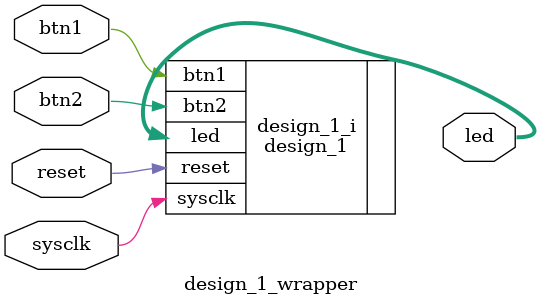
<source format=v>
`timescale 1 ps / 1 ps

module design_1_wrapper
   (btn1,
    btn2,
    led,
    reset,
    sysclk);
  input btn1;
  input btn2;
  output [3:0]led;
  input reset;
  input sysclk;

  wire btn1;
  wire btn2;
  wire [3:0]led;
  wire reset;
  wire sysclk;

  design_1 design_1_i
       (.btn1(btn1),
        .btn2(btn2),
        .led(led),
        .reset(reset),
        .sysclk(sysclk));
endmodule

</source>
